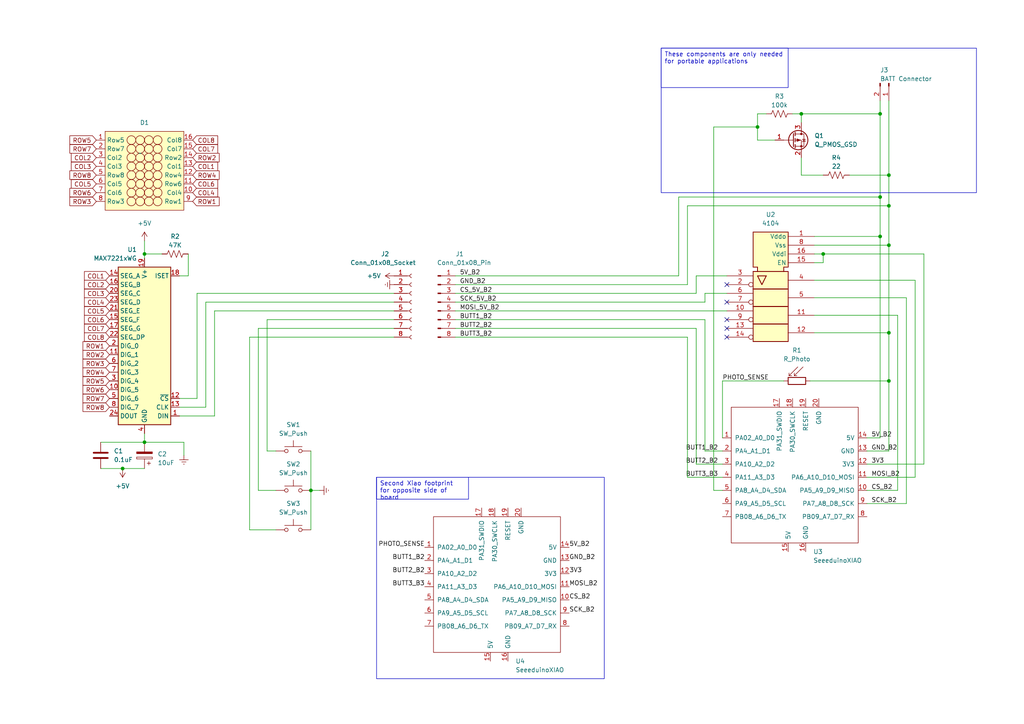
<source format=kicad_sch>
(kicad_sch (version 20230121) (generator eeschema)
  (paper "A4")
  (lib_symbols
    (symbol "4xxx_IEEE:4104"
      (property "Reference" "U" (at 6.35 8.89 0))
      (property "Value" "4104" (at 5.08 -20.32 0))
      (symbol "4104_0_0"
        (rectangle (start -5.08 -11.43) (end 5.08 -16.51) (stroke (width 0.254)) (fill (type background)))
        (rectangle (start -5.08 -6.35) (end 5.08 -11.43) (stroke (width 0.254)) (fill (type background)))
        (rectangle (start -5.08 -1.27) (end 5.08 -6.35) (stroke (width 0.254)) (fill (type background)))
        (rectangle (start -5.08 3.81) (end 5.08 -1.27) (stroke (width 0.254)) (fill (type background)))
        (polyline (pts (xy 1.27 2.54) (xy 3.81 2.54) (xy 2.54 0) (xy 1.27 2.54) (xy 1.27 2.54)) (stroke (width 0.254)) (fill (type background)))
        (polyline (pts (xy -3.81 3.81) (xy -3.81 5.08) (xy -5.08 5.08) (xy -5.08 15.24) (xy 5.08 15.24) (xy 5.08 5.08) (xy 3.81 5.08) (xy 3.81 3.81) (xy 3.81 3.81)) (stroke (width 0.254)) (fill (type background)))
      )
      (symbol "4104_1_1"
        (pin power_in line (at -12.7 13.97 0) (length 7.62) (name "Vddo") (number "1"))
        (pin output line (at 12.7 -7.62 180) (length 7.62) (name "~") (number "10"))
        (pin input line (at -12.7 -8.89 0) (length 7.62) (name "~") (number "11"))
        (pin input line (at -12.7 -13.97 0) (length 7.62) (name "~") (number "12"))
        (pin output line (at 12.7 -12.7 180) (length 7.62) (name "~") (number "13"))
        (pin output inverted (at 12.7 -15.24 180) (length 7.62) (name "~") (number "14"))
        (pin input line (at -12.7 6.35 0) (length 7.62) (name "EN") (number "15"))
        (pin power_in line (at -12.7 8.89 0) (length 7.62) (name "Vddi") (number "16"))
        (pin output inverted (at 12.7 0 180) (length 7.62) (name "~") (number "2"))
        (pin output line (at 12.7 2.54 180) (length 7.62) (name "~") (number "3"))
        (pin input line (at -12.7 1.27 0) (length 7.62) (name "~") (number "4"))
        (pin input line (at -12.7 -3.81 0) (length 7.62) (name "~") (number "5"))
        (pin output line (at 12.7 -2.54 180) (length 7.62) (name "~") (number "6"))
        (pin output inverted (at 12.7 -5.08 180) (length 7.62) (name "~") (number "7"))
        (pin power_in line (at -12.7 11.43 0) (length 7.62) (name "Vss") (number "8"))
        (pin output inverted (at 12.7 -10.16 180) (length 7.62) (name "~") (number "9"))
      )
    )
    (symbol "Connector:Conn_01x02_Pin" (pin_names (offset 1.016) hide)
      (property "Reference" "J" (at 0 2.54 0))
      (property "Value" "Conn_01x02_Pin" (at 0 -5.08 0))
      (symbol "Conn_01x02_Pin_1_1"
        (polyline (pts (xy 1.27 -2.54) (xy 0.8636 -2.54)) (stroke (width 0.1524)))
        (polyline (pts (xy 1.27 0) (xy 0.8636 0)) (stroke (width 0.1524)))
        (rectangle (start 0.8636 -2.413) (end 0 -2.667) (stroke (width 0.1524)) (fill (type outline)))
        (rectangle (start 0.8636 0.127) (end 0 -0.127) (stroke (width 0.1524)) (fill (type outline)))
        (pin passive line (at 5.08 0 180) (length 3.81) (name "Pin_1") (number "1"))
        (pin passive line (at 5.08 -2.54 180) (length 3.81) (name "Pin_2") (number "2"))
      )
    )
    (symbol "Connector:Conn_01x08_Pin" (pin_names (offset 1.016) hide)
      (property "Reference" "J" (at 0 10.16 0))
      (property "Value" "Conn_01x08_Pin" (at 0 -12.7 0))
      (symbol "Conn_01x08_Pin_1_1"
        (polyline (pts (xy 1.27 -10.16) (xy 0.8636 -10.16)) (stroke (width 0.1524)))
        (polyline (pts (xy 1.27 -7.62) (xy 0.8636 -7.62)) (stroke (width 0.1524)))
        (polyline (pts (xy 1.27 -5.08) (xy 0.8636 -5.08)) (stroke (width 0.1524)))
        (polyline (pts (xy 1.27 -2.54) (xy 0.8636 -2.54)) (stroke (width 0.1524)))
        (polyline (pts (xy 1.27 0) (xy 0.8636 0)) (stroke (width 0.1524)))
        (polyline (pts (xy 1.27 2.54) (xy 0.8636 2.54)) (stroke (width 0.1524)))
        (polyline (pts (xy 1.27 5.08) (xy 0.8636 5.08)) (stroke (width 0.1524)))
        (polyline (pts (xy 1.27 7.62) (xy 0.8636 7.62)) (stroke (width 0.1524)))
        (rectangle (start 0.8636 -10.033) (end 0 -10.287) (stroke (width 0.1524)) (fill (type outline)))
        (rectangle (start 0.8636 -7.493) (end 0 -7.747) (stroke (width 0.1524)) (fill (type outline)))
        (rectangle (start 0.8636 -4.953) (end 0 -5.207) (stroke (width 0.1524)) (fill (type outline)))
        (rectangle (start 0.8636 -2.413) (end 0 -2.667) (stroke (width 0.1524)) (fill (type outline)))
        (rectangle (start 0.8636 0.127) (end 0 -0.127) (stroke (width 0.1524)) (fill (type outline)))
        (rectangle (start 0.8636 2.667) (end 0 2.413) (stroke (width 0.1524)) (fill (type outline)))
        (rectangle (start 0.8636 5.207) (end 0 4.953) (stroke (width 0.1524)) (fill (type outline)))
        (rectangle (start 0.8636 7.747) (end 0 7.493) (stroke (width 0.1524)) (fill (type outline)))
        (pin passive line (at 5.08 7.62 180) (length 3.81) (name "Pin_1") (number "1"))
        (pin passive line (at 5.08 5.08 180) (length 3.81) (name "Pin_2") (number "2"))
        (pin passive line (at 5.08 2.54 180) (length 3.81) (name "Pin_3") (number "3"))
        (pin passive line (at 5.08 0 180) (length 3.81) (name "Pin_4") (number "4"))
        (pin passive line (at 5.08 -2.54 180) (length 3.81) (name "Pin_5") (number "5"))
        (pin passive line (at 5.08 -5.08 180) (length 3.81) (name "Pin_6") (number "6"))
        (pin passive line (at 5.08 -7.62 180) (length 3.81) (name "Pin_7") (number "7"))
        (pin passive line (at 5.08 -10.16 180) (length 3.81) (name "Pin_8") (number "8"))
      )
    )
    (symbol "Connector:Conn_01x08_Socket" (pin_names (offset 1.016) hide)
      (property "Reference" "J" (at 0 10.16 0))
      (property "Value" "Conn_01x08_Socket" (at 0 -12.7 0))
      (symbol "Conn_01x08_Socket_1_1"
        (arc (start 0 -9.652) (mid -0.5058 -10.16) (end 0 -10.668) (stroke (width 0.1524)))
        (arc (start 0 -7.112) (mid -0.5058 -7.62) (end 0 -8.128) (stroke (width 0.1524)))
        (arc (start 0 -4.572) (mid -0.5058 -5.08) (end 0 -5.588) (stroke (width 0.1524)))
        (arc (start 0 -2.032) (mid -0.5058 -2.54) (end 0 -3.048) (stroke (width 0.1524)))
        (polyline (pts (xy -1.27 -10.16) (xy -0.508 -10.16)) (stroke (width 0.1524)))
        (polyline (pts (xy -1.27 -7.62) (xy -0.508 -7.62)) (stroke (width 0.1524)))
        (polyline (pts (xy -1.27 -5.08) (xy -0.508 -5.08)) (stroke (width 0.1524)))
        (polyline (pts (xy -1.27 -2.54) (xy -0.508 -2.54)) (stroke (width 0.1524)))
        (polyline (pts (xy -1.27 0) (xy -0.508 0)) (stroke (width 0.1524)))
        (polyline (pts (xy -1.27 2.54) (xy -0.508 2.54)) (stroke (width 0.1524)))
        (polyline (pts (xy -1.27 5.08) (xy -0.508 5.08)) (stroke (width 0.1524)))
        (polyline (pts (xy -1.27 7.62) (xy -0.508 7.62)) (stroke (width 0.1524)))
        (arc (start 0 0.508) (mid -0.5058 0) (end 0 -0.508) (stroke (width 0.1524)))
        (arc (start 0 3.048) (mid -0.5058 2.54) (end 0 2.032) (stroke (width 0.1524)))
        (arc (start 0 5.588) (mid -0.5058 5.08) (end 0 4.572) (stroke (width 0.1524)))
        (arc (start 0 8.128) (mid -0.5058 7.62) (end 0 7.112) (stroke (width 0.1524)))
        (pin passive line (at -5.08 7.62 0) (length 3.81) (name "Pin_1") (number "1"))
        (pin passive line (at -5.08 5.08 0) (length 3.81) (name "Pin_2") (number "2"))
        (pin passive line (at -5.08 2.54 0) (length 3.81) (name "Pin_3") (number "3"))
        (pin passive line (at -5.08 0 0) (length 3.81) (name "Pin_4") (number "4"))
        (pin passive line (at -5.08 -2.54 0) (length 3.81) (name "Pin_5") (number "5"))
        (pin passive line (at -5.08 -5.08 0) (length 3.81) (name "Pin_6") (number "6"))
        (pin passive line (at -5.08 -7.62 0) (length 3.81) (name "Pin_7") (number "7"))
        (pin passive line (at -5.08 -10.16 0) (length 3.81) (name "Pin_8") (number "8"))
      )
    )
    (symbol "Device:C" (pin_numbers hide) (pin_names (offset 0.254))
      (property "Reference" "C" (at 0.635 2.54 0))
      (property "Value" "C" (at 0.635 -2.54 0))
      (symbol "C_0_1"
        (polyline (pts (xy -2.032 -0.762) (xy 2.032 -0.762)) (stroke (width 0.508)))
        (polyline (pts (xy -2.032 0.762) (xy 2.032 0.762)) (stroke (width 0.508)))
      )
      (symbol "C_1_1"
        (pin passive line (at 0 3.81 270) (length 2.794) (name "~") (number "1"))
        (pin passive line (at 0 -3.81 90) (length 2.794) (name "~") (number "2"))
      )
    )
    (symbol "Device:C_Polarized" (pin_numbers hide) (pin_names (offset 0.254))
      (property "Reference" "C" (at 0.635 2.54 0))
      (property "Value" "C_Polarized" (at 0.635 -2.54 0))
      (symbol "C_Polarized_0_1"
        (rectangle (start -2.286 0.508) (end 2.286 1.016))
        (polyline (pts (xy -1.778 2.286) (xy -0.762 2.286)))
        (polyline (pts (xy -1.27 2.794) (xy -1.27 1.778)))
        (rectangle (start 2.286 -0.508) (end -2.286 -1.016) (fill (type outline)))
      )
      (symbol "C_Polarized_1_1"
        (pin passive line (at 0 3.81 270) (length 2.794) (name "~") (number "1"))
        (pin passive line (at 0 -3.81 90) (length 2.794) (name "~") (number "2"))
      )
    )
    (symbol "Device:Q_PMOS_GSD" (pin_names (offset 0) hide)
      (property "Reference" "Q" (at 5.08 1.27 0))
      (property "Value" "Q_PMOS_GSD" (at 5.08 -1.27 0))
      (symbol "Q_PMOS_GSD_0_1"
        (polyline (pts (xy 0.254 0) (xy -2.54 0)))
        (polyline (pts (xy 0.254 1.905) (xy 0.254 -1.905)) (stroke (width 0.254)))
        (polyline (pts (xy 0.762 -1.27) (xy 0.762 -2.286)) (stroke (width 0.254)))
        (polyline (pts (xy 0.762 0.508) (xy 0.762 -0.508)) (stroke (width 0.254)))
        (polyline (pts (xy 0.762 2.286) (xy 0.762 1.27)) (stroke (width 0.254)))
        (polyline (pts (xy 2.54 2.54) (xy 2.54 1.778)))
        (polyline (pts (xy 2.54 -2.54) (xy 2.54 0) (xy 0.762 0)))
        (polyline (pts (xy 0.762 1.778) (xy 3.302 1.778) (xy 3.302 -1.778) (xy 0.762 -1.778)))
        (polyline (pts (xy 2.286 0) (xy 1.27 0.381) (xy 1.27 -0.381) (xy 2.286 0)) (fill (type outline)))
        (polyline (pts (xy 2.794 -0.508) (xy 2.921 -0.381) (xy 3.683 -0.381) (xy 3.81 -0.254)))
        (polyline (pts (xy 3.302 -0.381) (xy 2.921 0.254) (xy 3.683 0.254) (xy 3.302 -0.381)))
        (circle (center 1.651 0) (radius 2.794) (stroke (width 0.254)))
        (circle (center 2.54 -1.778) (radius 0.254) (fill (type outline)))
        (circle (center 2.54 1.778) (radius 0.254) (fill (type outline)))
      )
      (symbol "Q_PMOS_GSD_1_1"
        (pin input line (at -5.08 0 0) (length 2.54) (name "G") (number "1"))
        (pin passive line (at 2.54 -5.08 90) (length 2.54) (name "S") (number "2"))
        (pin passive line (at 2.54 5.08 270) (length 2.54) (name "D") (number "3"))
      )
    )
    (symbol "Device:R_Photo" (pin_numbers hide) (pin_names (offset 0))
      (property "Reference" "R" (at 1.27 1.27 0))
      (property "Value" "R_Photo" (at 1.27 0 0))
      (symbol "R_Photo_0_1"
        (rectangle (start -1.016 2.54) (end 1.016 -2.54) (stroke (width 0.254)))
        (polyline (pts (xy -1.524 -2.286) (xy -4.064 0.254)))
        (polyline (pts (xy -1.524 -2.286) (xy -2.286 -2.286)))
        (polyline (pts (xy -1.524 -2.286) (xy -1.524 -1.524)))
        (polyline (pts (xy -1.524 -0.762) (xy -4.064 1.778)))
        (polyline (pts (xy -1.524 -0.762) (xy -2.286 -0.762)))
        (polyline (pts (xy -1.524 -0.762) (xy -1.524 0)))
      )
      (symbol "R_Photo_1_1"
        (pin passive line (at 0 3.81 270) (length 1.27) (name "~") (number "1"))
        (pin passive line (at 0 -3.81 90) (length 1.27) (name "~") (number "2"))
      )
    )
    (symbol "Device:R_US" (pin_numbers hide) (pin_names (offset 0))
      (property "Reference" "R" (at 2.54 0 90))
      (property "Value" "R_US" (at -2.54 0 90))
      (symbol "R_US_0_1"
        (polyline (pts (xy 0 -2.286) (xy 0 -2.54)))
        (polyline (pts (xy 0 2.286) (xy 0 2.54)))
        (polyline (pts (xy 0 -0.762) (xy 1.016 -1.143) (xy 0 -1.524) (xy -1.016 -1.905) (xy 0 -2.286)))
        (polyline (pts (xy 0 0.762) (xy 1.016 0.381) (xy 0 0) (xy -1.016 -0.381) (xy 0 -0.762)))
        (polyline (pts (xy 0 2.286) (xy 1.016 1.905) (xy 0 1.524) (xy -1.016 1.143) (xy 0 0.762)))
      )
      (symbol "R_US_1_1"
        (pin passive line (at 0 3.81 270) (length 1.27) (name "~") (number "1"))
        (pin passive line (at 0 -3.81 90) (length 1.27) (name "~") (number "2"))
      )
    )
    (symbol "Driver_LED:MAX7221xWG"
      (property "Reference" "U" (at -6.35 24.13 0))
      (property "Value" "MAX7221xWG" (at 1.27 25.4 0))
      (symbol "MAX7221xWG_0_1"
        (rectangle (start -7.62 22.86) (end 7.62 -22.86) (stroke (width 0.254)) (fill (type background)))
      )
      (symbol "MAX7221xWG_1_1"
        (pin input line (at -10.16 -20.32 0) (length 2.54) (name "DIN") (number "1"))
        (pin open_collector line (at 10.16 -12.7 180) (length 2.54) (name "DIG_5") (number "10"))
        (pin open_collector line (at 10.16 -2.54 180) (length 2.54) (name "DIG_1") (number "11"))
        (pin input line (at -10.16 -15.24 0) (length 2.54) (name "~{CS}") (number "12"))
        (pin input line (at -10.16 -17.78 0) (length 2.54) (name "CLK") (number "13"))
        (pin open_emitter line (at 10.16 20.32 180) (length 2.54) (name "SEG_A") (number "14"))
        (pin open_emitter line (at 10.16 7.62 180) (length 2.54) (name "SEG_F") (number "15"))
        (pin open_emitter line (at 10.16 17.78 180) (length 2.54) (name "SEG_B") (number "16"))
        (pin open_emitter line (at 10.16 5.08 180) (length 2.54) (name "SEG_G") (number "17"))
        (pin input line (at -10.16 20.32 0) (length 2.54) (name "ISET") (number "18"))
        (pin power_in line (at 0 25.4 270) (length 2.54) (name "V+") (number "19"))
        (pin open_collector line (at 10.16 0 180) (length 2.54) (name "DIG_0") (number "2"))
        (pin open_emitter line (at 10.16 15.24 180) (length 2.54) (name "SEG_C") (number "20"))
        (pin open_emitter line (at 10.16 10.16 180) (length 2.54) (name "SEG_E") (number "21"))
        (pin open_emitter line (at 10.16 2.54 180) (length 2.54) (name "SEG_DP") (number "22"))
        (pin open_emitter line (at 10.16 12.7 180) (length 2.54) (name "SEG_D") (number "23"))
        (pin output line (at 10.16 -20.32 180) (length 2.54) (name "DOUT") (number "24"))
        (pin open_collector line (at 10.16 -10.16 180) (length 2.54) (name "DIG_4") (number "3"))
        (pin power_in line (at 0 -25.4 90) (length 2.54) (name "GND") (number "4"))
        (pin open_collector line (at 10.16 -15.24 180) (length 2.54) (name "DIG_6") (number "5"))
        (pin open_collector line (at 10.16 -5.08 180) (length 2.54) (name "DIG_2") (number "6"))
        (pin open_collector line (at 10.16 -7.62 180) (length 2.54) (name "DIG_3") (number "7"))
        (pin open_collector line (at 10.16 -17.78 180) (length 2.54) (name "DIG_7") (number "8"))
        (pin passive line (at 0 -25.4 90) (length 2.54) hide (name "GND") (number "9"))
      )
    )
    (symbol "My_Symbols:8x8_LED_Matrix"
      (property "Reference" "D" (at 0 12.7 0))
      (symbol "8x8_LED_Matrix_0_1"
        (circle (center -3.81 -8.89) (radius 1.27))
        (circle (center -3.81 -6.35) (radius 1.27))
        (circle (center -3.81 -3.81) (radius 1.27))
        (circle (center -3.81 -1.27) (radius 1.27))
        (circle (center -3.81 1.27) (radius 1.27))
        (circle (center -3.81 3.81) (radius 1.27))
        (circle (center -3.81 6.35) (radius 1.27))
        (circle (center -3.81 8.89) (radius 1.27))
        (circle (center -1.27 -8.89) (radius 1.27))
        (circle (center -1.27 -6.35) (radius 1.27))
        (circle (center -1.27 -3.81) (radius 1.27))
        (circle (center -1.27 -1.27) (radius 1.27))
        (circle (center -1.27 1.27) (radius 1.27))
        (circle (center -1.27 3.81) (radius 1.27))
        (circle (center -1.27 6.35) (radius 1.27))
        (circle (center -1.27 8.89) (radius 1.27))
        (circle (center 1.27 -8.89) (radius 1.27))
        (circle (center 1.27 -6.35) (radius 1.27))
        (circle (center 1.27 -3.81) (radius 1.27))
        (circle (center 1.27 -1.27) (radius 1.27))
        (circle (center 1.27 1.27) (radius 1.27))
        (circle (center 1.27 3.81) (radius 1.27))
        (circle (center 1.27 6.35) (radius 1.27))
        (circle (center 1.27 8.89) (radius 1.27))
        (circle (center 3.81 -8.89) (radius 1.27))
        (circle (center 3.81 -6.35) (radius 1.27))
        (circle (center 3.81 -3.81) (radius 1.27))
        (circle (center 3.81 -1.27) (radius 1.27))
        (circle (center 3.81 1.27) (radius 1.27))
        (circle (center 3.81 3.81) (radius 1.27))
        (circle (center 3.81 6.35) (radius 1.27))
        (circle (center 3.81 8.89) (radius 1.27))
      )
      (symbol "8x8_LED_Matrix_1_1"
        (rectangle (start -11.43 11.43) (end 11.43 -11.43) (fill (type background)))
        (pin passive line (at -13.97 8.89 0) (length 2.54) (name "Row5") (number "1"))
        (pin passive line (at 13.97 -6.35 180) (length 2.54) (name "Col4") (number "10"))
        (pin passive line (at 13.97 -3.81 180) (length 2.54) (name "Row6") (number "11"))
        (pin passive line (at 13.97 -1.27 180) (length 2.54) (name "Row4") (number "12"))
        (pin passive line (at 13.97 1.27 180) (length 2.54) (name "Col1") (number "13"))
        (pin passive line (at 13.97 3.81 180) (length 2.54) (name "Row2") (number "14"))
        (pin passive line (at 13.97 6.35 180) (length 2.54) (name "Col7") (number "15"))
        (pin passive line (at 13.97 8.89 180) (length 2.54) (name "Col8") (number "16"))
        (pin passive line (at -13.97 6.35 0) (length 2.54) (name "Row7") (number "2"))
        (pin passive line (at -13.97 3.81 0) (length 2.54) (name "Col2") (number "3"))
        (pin passive line (at -13.97 1.27 0) (length 2.54) (name "Col3") (number "4"))
        (pin passive line (at -13.97 -1.27 0) (length 2.54) (name "Row8") (number "5"))
        (pin passive line (at -13.97 -3.81 0) (length 2.54) (name "Col5") (number "6"))
        (pin passive line (at -13.97 -6.35 0) (length 2.54) (name "Col6") (number "7"))
        (pin passive line (at -13.97 -8.89 0) (length 2.54) (name "Row3") (number "8"))
        (pin passive line (at 13.97 -8.89 180) (length 2.54) (name "Row1") (number "9"))
      )
    )
    (symbol "Seeeduino-XIAO:SeeeduinoXIAO" (pin_names (offset 1.016))
      (property "Reference" "U" (at -19.05 22.86 0))
      (property "Value" "SeeeduinoXIAO" (at -12.7 21.59 0))
      (symbol "SeeeduinoXIAO_0_1"
        (rectangle (start -19.05 20.32) (end 17.78 -19.05))
      )
      (symbol "SeeeduinoXIAO_1_1"
        (pin unspecified line (at -21.59 11.43 0) (length 2.54) (name "PA02_A0_D0") (number "1"))
        (pin unspecified line (at 20.32 -3.81 180) (length 2.54) (name "PA5_A9_D9_MISO") (number "10"))
        (pin unspecified line (at 20.32 0 180) (length 2.54) (name "PA6_A10_D10_MOSI") (number "11"))
        (pin unspecified line (at 20.32 3.81 180) (length 2.54) (name "3V3") (number "12"))
        (pin unspecified line (at 20.32 7.62 180) (length 2.54) (name "GND") (number "13"))
        (pin unspecified line (at 20.32 11.43 180) (length 2.54) (name "5V") (number "14"))
        (pin input line (at -2.54 -21.59 90) (length 2.54) (name "5V") (number "15"))
        (pin input line (at 2.54 -21.59 90) (length 2.54) (name "GND") (number "16"))
        (pin input line (at -5.08 22.86 270) (length 2.54) (name "PA31_SWDIO") (number "17"))
        (pin input line (at -1.27 22.86 270) (length 2.54) (name "PA30_SWCLK") (number "18"))
        (pin input line (at 2.54 22.86 270) (length 2.54) (name "RESET") (number "19"))
        (pin unspecified line (at -21.59 7.62 0) (length 2.54) (name "PA4_A1_D1") (number "2"))
        (pin input line (at 6.35 22.86 270) (length 2.54) (name "GND") (number "20"))
        (pin unspecified line (at -21.59 3.81 0) (length 2.54) (name "PA10_A2_D2") (number "3"))
        (pin unspecified line (at -21.59 0 0) (length 2.54) (name "PA11_A3_D3") (number "4"))
        (pin unspecified line (at -21.59 -3.81 0) (length 2.54) (name "PA8_A4_D4_SDA") (number "5"))
        (pin unspecified line (at -21.59 -7.62 0) (length 2.54) (name "PA9_A5_D5_SCL") (number "6"))
        (pin unspecified line (at -21.59 -11.43 0) (length 2.54) (name "PB08_A6_D6_TX") (number "7"))
        (pin unspecified line (at 20.32 -11.43 180) (length 2.54) (name "PB09_A7_D7_RX") (number "8"))
        (pin unspecified line (at 20.32 -7.62 180) (length 2.54) (name "PA7_A8_D8_SCK") (number "9"))
      )
    )
    (symbol "Switch:SW_Push" (pin_numbers hide) (pin_names (offset 1.016) hide)
      (property "Reference" "SW" (at 1.27 2.54 0))
      (property "Value" "SW_Push" (at 0 -1.524 0))
      (symbol "SW_Push_0_1"
        (circle (center -2.032 0) (radius 0.508))
        (polyline (pts (xy 0 1.27) (xy 0 3.048)))
        (polyline (pts (xy 2.54 1.27) (xy -2.54 1.27)))
        (circle (center 2.032 0) (radius 0.508))
        (pin passive line (at -5.08 0 0) (length 2.54) (name "1") (number "1"))
        (pin passive line (at 5.08 0 180) (length 2.54) (name "2") (number "2"))
      )
    )
    (symbol "power:+5V" (power) (pin_names (offset 0))
      (property "Value" "+5V" (at 0 3.556 0))
      (symbol "+5V_0_1"
        (polyline (pts (xy -0.762 1.27) (xy 0 2.54)))
        (polyline (pts (xy 0 0) (xy 0 2.54)))
        (polyline (pts (xy 0 2.54) (xy 0.762 1.27)))
      )
      (symbol "+5V_1_1"
        (pin power_in line (at 0 0 90) (length 0) hide (name "+5V") (number "1"))
      )
    )
    (symbol "power:Earth" (power) (pin_names (offset 0))
      (symbol "Earth_0_1"
        (polyline (pts (xy -0.635 -1.905) (xy 0.635 -1.905)))
        (polyline (pts (xy -0.127 -2.54) (xy 0.127 -2.54)))
        (polyline (pts (xy 0 -1.27) (xy 0 0)))
        (polyline (pts (xy 1.27 -1.27) (xy -1.27 -1.27)))
      )
      (symbol "Earth_1_1"
        (pin power_in line (at 0 0 270) (length 0) hide (name "Earth") (number "1"))
      )
    )
  )
  (junction (at 41.91 128.27))
  (junction (at 232.41 33.02))
  (junction (at 257.81 50.8))
  (junction (at 255.27 68.58))
  (junction (at 238.76 73.66))
  (junction (at 90.17 142.24))
  (junction (at 35.56 135.89))
  (junction (at 257.81 59.69))
  (junction (at 255.27 57.15))
  (junction (at 255.27 33.02))
  (junction (at 41.91 73.66))
  (junction (at 257.81 110.49))
  (junction (at 257.81 96.52))
  (junction (at 219.71 36.83))
  (junction (at 257.81 71.12))
  (no_connect (at 210.82 95.25))
  (no_connect (at 210.82 87.63))
  (no_connect (at 210.82 97.79))
  (no_connect (at 210.82 82.55))
  (no_connect (at 210.82 92.71))
  (wire (pts (xy 132.08 97.79) (xy 199.39 97.79)))
  (wire (pts (xy 257.81 59.69) (xy 257.81 71.12)))
  (wire (pts (xy 246.38 50.8) (xy 257.81 50.8)))
  (wire (pts (xy 238.76 73.66) (xy 236.22 73.66)))
  (wire (pts (xy 72.39 97.79) (xy 114.3 97.79)))
  (wire (pts (xy 204.47 130.81) (xy 204.47 92.71)))
  (wire (pts (xy 196.85 80.01) (xy 196.85 57.15)))
  (wire (pts (xy 199.39 138.43) (xy 199.39 97.79)))
  (wire (pts (xy 255.27 29.21) (xy 255.27 33.02)))
  (wire (pts (xy 255.27 33.02) (xy 232.41 33.02)))
  (wire (pts (xy 90.17 142.24) (xy 90.17 153.67)))
  (wire (pts (xy 59.69 118.11) (xy 59.69 87.63)))
  (wire (pts (xy 219.71 36.83) (xy 219.71 40.64)))
  (wire (pts (xy 257.81 29.21) (xy 257.81 50.8)))
  (wire (pts (xy 132.08 87.63) (xy 204.47 87.63)))
  (wire (pts (xy 41.91 128.27) (xy 41.91 125.73)))
  (wire (pts (xy 72.39 153.67) (xy 72.39 97.79)))
  (wire (pts (xy 74.93 142.24) (xy 74.93 95.25)))
  (wire (pts (xy 238.76 76.2) (xy 238.76 73.66)))
  (wire (pts (xy 29.21 135.89) (xy 35.56 135.89)))
  (wire (pts (xy 209.55 134.62) (xy 201.93 134.62)))
  (wire (pts (xy 62.23 90.17) (xy 114.3 90.17)))
  (wire (pts (xy 201.93 80.01) (xy 201.93 85.09)))
  (wire (pts (xy 209.55 110.49) (xy 209.55 127)))
  (wire (pts (xy 57.15 115.57) (xy 57.15 85.09)))
  (wire (pts (xy 199.39 59.69) (xy 199.39 82.55)))
  (wire (pts (xy 132.08 80.01) (xy 196.85 80.01)))
  (wire (pts (xy 236.22 96.52) (xy 257.81 96.52)))
  (wire (pts (xy 207.01 142.24) (xy 207.01 36.83)))
  (wire (pts (xy 260.35 91.44) (xy 236.22 91.44)))
  (wire (pts (xy 255.27 57.15) (xy 255.27 68.58)))
  (wire (pts (xy 62.23 120.65) (xy 62.23 90.17)))
  (wire (pts (xy 229.87 33.02) (xy 232.41 33.02)))
  (wire (pts (xy 80.01 153.67) (xy 72.39 153.67)))
  (wire (pts (xy 219.71 40.64) (xy 224.79 40.64)))
  (wire (pts (xy 262.89 86.36) (xy 262.89 146.05)))
  (wire (pts (xy 207.01 36.83) (xy 219.71 36.83)))
  (wire (pts (xy 77.47 92.71) (xy 114.3 92.71)))
  (wire (pts (xy 236.22 71.12) (xy 257.81 71.12)))
  (wire (pts (xy 257.81 71.12) (xy 257.81 96.52)))
  (wire (pts (xy 234.95 110.49) (xy 257.81 110.49)))
  (wire (pts (xy 251.46 142.24) (xy 260.35 142.24)))
  (wire (pts (xy 52.07 118.11) (xy 59.69 118.11)))
  (wire (pts (xy 236.22 76.2) (xy 238.76 76.2)))
  (wire (pts (xy 262.89 86.36) (xy 236.22 86.36)))
  (wire (pts (xy 236.22 81.28) (xy 265.43 81.28)))
  (wire (pts (xy 204.47 87.63) (xy 204.47 85.09)))
  (wire (pts (xy 251.46 138.43) (xy 265.43 138.43)))
  (wire (pts (xy 257.81 50.8) (xy 257.81 59.69)))
  (wire (pts (xy 251.46 130.81) (xy 257.81 130.81)))
  (wire (pts (xy 227.33 110.49) (xy 209.55 110.49)))
  (wire (pts (xy 219.71 33.02) (xy 219.71 36.83)))
  (wire (pts (xy 132.08 82.55) (xy 199.39 82.55)))
  (wire (pts (xy 267.97 134.62) (xy 267.97 73.66)))
  (wire (pts (xy 238.76 73.66) (xy 267.97 73.66)))
  (wire (pts (xy 265.43 81.28) (xy 265.43 138.43)))
  (wire (pts (xy 52.07 120.65) (xy 62.23 120.65)))
  (wire (pts (xy 52.07 80.01) (xy 54.61 80.01)))
  (wire (pts (xy 132.08 90.17) (xy 210.82 90.17)))
  (wire (pts (xy 90.17 130.81) (xy 90.17 142.24)))
  (wire (pts (xy 199.39 59.69) (xy 257.81 59.69)))
  (wire (pts (xy 90.17 142.24) (xy 92.71 142.24)))
  (wire (pts (xy 74.93 95.25) (xy 114.3 95.25)))
  (wire (pts (xy 219.71 33.02) (xy 222.25 33.02)))
  (wire (pts (xy 132.08 92.71) (xy 204.47 92.71)))
  (wire (pts (xy 80.01 130.81) (xy 77.47 130.81)))
  (wire (pts (xy 251.46 134.62) (xy 267.97 134.62)))
  (wire (pts (xy 29.21 128.27) (xy 41.91 128.27)))
  (wire (pts (xy 207.01 142.24) (xy 209.55 142.24)))
  (wire (pts (xy 41.91 69.85) (xy 41.91 73.66)))
  (wire (pts (xy 232.41 33.02) (xy 232.41 35.56)))
  (wire (pts (xy 196.85 57.15) (xy 255.27 57.15)))
  (wire (pts (xy 260.35 91.44) (xy 260.35 142.24)))
  (wire (pts (xy 35.56 135.89) (xy 41.91 135.89)))
  (wire (pts (xy 199.39 138.43) (xy 209.55 138.43)))
  (wire (pts (xy 232.41 50.8) (xy 232.41 45.72)))
  (wire (pts (xy 54.61 73.66) (xy 54.61 80.01)))
  (wire (pts (xy 257.81 96.52) (xy 257.81 110.49)))
  (wire (pts (xy 210.82 85.09) (xy 204.47 85.09)))
  (wire (pts (xy 132.08 95.25) (xy 201.93 95.25)))
  (wire (pts (xy 53.34 132.08) (xy 53.34 128.27)))
  (wire (pts (xy 257.81 130.81) (xy 257.81 110.49)))
  (wire (pts (xy 53.34 128.27) (xy 41.91 128.27)))
  (wire (pts (xy 251.46 146.05) (xy 262.89 146.05)))
  (wire (pts (xy 201.93 134.62) (xy 201.93 95.25)))
  (wire (pts (xy 255.27 68.58) (xy 255.27 127)))
  (wire (pts (xy 236.22 68.58) (xy 255.27 68.58)))
  (wire (pts (xy 52.07 115.57) (xy 57.15 115.57)))
  (wire (pts (xy 59.69 87.63) (xy 114.3 87.63)))
  (wire (pts (xy 209.55 130.81) (xy 204.47 130.81)))
  (wire (pts (xy 238.76 50.8) (xy 232.41 50.8)))
  (wire (pts (xy 80.01 142.24) (xy 74.93 142.24)))
  (wire (pts (xy 41.91 73.66) (xy 46.99 73.66)))
  (wire (pts (xy 132.08 85.09) (xy 201.93 85.09)))
  (wire (pts (xy 210.82 80.01) (xy 201.93 80.01)))
  (wire (pts (xy 251.46 127) (xy 255.27 127)))
  (wire (pts (xy 77.47 130.81) (xy 77.47 92.71)))
  (wire (pts (xy 255.27 57.15) (xy 255.27 33.02)))
  (wire (pts (xy 41.91 73.66) (xy 41.91 74.93)))
  (wire (pts (xy 57.15 85.09) (xy 114.3 85.09)))
  (rectangle (start 109.22 138.43) (end 175.26 196.85))
  (rectangle (start 191.77 13.97) (end 283.21 55.88))
  (text_box "Second Xiao footprint for opposite side of board" (at 109.22 138.43 0) (size 26.67 6.35) (effects (font (size 1.27 1.27)) (justify left top)))
  (text_box "These components are only needed for portable applications" (at 191.77 13.97 0) (size 36.83 11.43) (effects (font (size 1.27 1.27)) (justify left top)))
  (label "BUTT1_B2" (at 133.35 92.71 0))
  (label "BUTT2_B2" (at 208.28 134.62 180))
  (label "GND_B2" (at 133.35 82.55 0))
  (label "BUTT1_B2" (at 208.28 130.81 180))
  (label "GND_B2" (at 252.73 130.81 0))
  (label "3V3" (at 165.1 166.37 0))
  (label "MOSI_B2" (at 252.73 138.43 0))
  (label "BUTT1_B2" (at 123.19 162.56 180))
  (label "GND_B2" (at 165.1 162.56 0))
  (label "BUTT2_B2" (at 123.19 166.37 180))
  (label "SCK_B2" (at 165.1 177.8 0))
  (label "PHOTO_SENSE" (at 123.19 158.75 180))
  (label "MOSI_5V_B2" (at 133.35 90.17 0))
  (label "BUTT3_B3" (at 208.28 138.43 180))
  (label "5V_B2" (at 133.35 80.01 0))
  (label "MOSI_B2" (at 165.1 170.18 0))
  (label "SCK_B2" (at 252.73 146.05 0))
  (label "5V_B2" (at 252.73 127 0))
  (label "BUTT3_B2" (at 133.35 97.79 0))
  (label "CS_B2" (at 165.1 173.99 0))
  (label "BUTT3_B3" (at 123.19 170.18 180))
  (label "CS_B2" (at 252.73 142.24 0))
  (label "BUTT2_B2" (at 133.35 95.25 0))
  (label "SCK_5V_B2" (at 133.35 87.63 0))
  (label "3V3" (at 252.73 134.62 0))
  (label "PHOTO_SENSE" (at 209.55 110.49 0))
  (label "5V_B2" (at 165.1 158.75 0))
  (label "CS_5V_B2" (at 133.35 85.09 0))
  (global_label "COL5" (shape input) (at 31.75 90.17 180) (property "Intersheetrefs" "${INTERSHEET_REFS}" (effects hide)))
  (global_label "COL4" (shape input) (at 55.88 55.88 0) (property "Intersheetrefs" "${INTERSHEET_REFS}" (effects hide)))
  (global_label "ROW4" (shape input) (at 55.88 50.8 0) (property "Intersheetrefs" "${INTERSHEET_REFS}" (effects hide)))
  (global_label "ROW7" (shape input) (at 27.94 43.18 180) (property "Intersheetrefs" "${INTERSHEET_REFS}" (effects hide)))
  (global_label "COL2" (shape input) (at 27.94 45.72 180) (property "Intersheetrefs" "${INTERSHEET_REFS}" (effects hide)))
  (global_label "COL8" (shape input) (at 31.75 97.79 180) (property "Intersheetrefs" "${INTERSHEET_REFS}" (effects hide)))
  (global_label "ROW8" (shape input) (at 31.75 118.11 180) (property "Intersheetrefs" "${INTERSHEET_REFS}" (effects hide)))
  (global_label "COL1" (shape input) (at 31.75 80.01 180) (property "Intersheetrefs" "${INTERSHEET_REFS}" (effects hide)))
  (global_label "ROW1" (shape input) (at 55.88 58.42 0) (property "Intersheetrefs" "${INTERSHEET_REFS}" (effects hide)))
  (global_label "COL6" (shape input) (at 31.75 92.71 180) (property "Intersheetrefs" "${INTERSHEET_REFS}" (effects hide)))
  (global_label "ROW3" (shape input) (at 27.94 58.42 180) (property "Intersheetrefs" "${INTERSHEET_REFS}" (effects hide)))
  (global_label "COL2" (shape input) (at 31.75 82.55 180) (property "Intersheetrefs" "${INTERSHEET_REFS}" (effects hide)))
  (global_label "ROW5" (shape input) (at 31.75 110.49 180) (property "Intersheetrefs" "${INTERSHEET_REFS}" (effects hide)))
  (global_label "COL8" (shape input) (at 55.88 40.64 0) (property "Intersheetrefs" "${INTERSHEET_REFS}" (effects hide)))
  (global_label "COL4" (shape input) (at 31.75 87.63 180) (property "Intersheetrefs" "${INTERSHEET_REFS}" (effects hide)))
  (global_label "ROW8" (shape input) (at 27.94 50.8 180) (property "Intersheetrefs" "${INTERSHEET_REFS}" (effects hide)))
  (global_label "ROW5" (shape input) (at 27.94 40.64 180) (property "Intersheetrefs" "${INTERSHEET_REFS}" (effects hide)))
  (global_label "COL3" (shape input) (at 31.75 85.09 180) (property "Intersheetrefs" "${INTERSHEET_REFS}" (effects hide)))
  (global_label "ROW2" (shape input) (at 31.75 102.87 180) (property "Intersheetrefs" "${INTERSHEET_REFS}" (effects hide)))
  (global_label "COL6" (shape input) (at 55.88 53.34 0) (property "Intersheetrefs" "${INTERSHEET_REFS}" (effects hide)))
  (global_label "COL5" (shape input) (at 27.94 53.34 180) (property "Intersheetrefs" "${INTERSHEET_REFS}" (effects hide)))
  (global_label "COL1" (shape input) (at 55.88 48.26 0) (property "Intersheetrefs" "${INTERSHEET_REFS}" (effects hide)))
  (global_label "ROW3" (shape input) (at 31.75 105.41 180) (property "Intersheetrefs" "${INTERSHEET_REFS}" (effects hide)))
  (global_label "ROW6" (shape input) (at 27.94 55.88 180) (property "Intersheetrefs" "${INTERSHEET_REFS}" (effects hide)))
  (global_label "ROW7" (shape input) (at 31.75 115.57 180) (property "Intersheetrefs" "${INTERSHEET_REFS}" (effects hide)))
  (global_label "ROW6" (shape input) (at 31.75 113.03 180) (property "Intersheetrefs" "${INTERSHEET_REFS}" (effects hide)))
  (global_label "COL7" (shape input) (at 55.88 43.18 0) (property "Intersheetrefs" "${INTERSHEET_REFS}" (effects hide)))
  (global_label "ROW1" (shape input) (at 31.75 100.33 180) (property "Intersheetrefs" "${INTERSHEET_REFS}" (effects hide)))
  (global_label "COL3" (shape input) (at 27.94 48.26 180) (property "Intersheetrefs" "${INTERSHEET_REFS}" (effects hide)))
  (global_label "ROW4" (shape input) (at 31.75 107.95 180) (property "Intersheetrefs" "${INTERSHEET_REFS}" (effects hide)))
  (global_label "ROW2" (shape input) (at 55.88 45.72 0) (property "Intersheetrefs" "${INTERSHEET_REFS}" (effects hide)))
  (global_label "COL7" (shape input) (at 31.75 95.25 180) (property "Intersheetrefs" "${INTERSHEET_REFS}" (effects hide)))
  (symbol (lib_id "Seeeduino-XIAO:SeeeduinoXIAO") (at 231.14 138.43 0) (unit 1)
    (property "Reference" "U3" (at 235.8741 160.02 0) (effects (justify left)))
    (property "Value" "SeeeduinoXIAO" (at 235.8741 162.56 0) (effects (justify left)))
    (property "Footprint" "Seeeduino-Xiao:Seeeduino XIAO-MOUDLE NO-BOTTOM-CONNECTIONS" (effects hide))
  )
  (symbol (lib_id "Device:C") (at 29.21 132.08 180) (unit 1)
    (property "Reference" "C1" (at 33.02 130.81 0) (effects (justify right)))
    (property "Value" "0.1uF" (at 33.02 133.35 0) (effects (justify right)))
    (property "Footprint" "Capacitor_THT:C_Disc_D3.0mm_W2.0mm_P2.50mm" (effects hide))
  )
  (symbol (lib_id "Connector:Conn_01x02_Pin") (at 257.81 24.13 270) (unit 1)
    (property "Reference" "J3" (at 255.27 20.32 90) (effects (justify left)))
    (property "Value" "BATT Connector" (at 255.27 22.86 90) (effects (justify left)))
    (property "Footprint" "Connector_PinHeader_2.54mm:PinHeader_1x02_P2.54mm_Vertical" (effects hide))
  )
  (symbol (lib_id "Driver_LED:MAX7221xWG") (at 41.91 100.33 0) (mirror y) (unit 1)
    (property "Reference" "U1" (at 39.7159 72.39 0) (effects (justify left)))
    (property "Value" "MAX7221xWG" (at 39.7159 74.93 0) (effects (justify left)))
    (property "Footprint" "Package_SO:SOIC-24W_7.5x15.4mm_P1.27mm" (effects hide))
    (property "Datasheet" "https://datasheets.maximintegrated.com/en/ds/MAX7219-MAX7221.pdf" (effects hide))
  )
  (symbol (lib_id "Device:C_Polarized") (at 41.91 132.08 180) (unit 1)
    (property "Reference" "C2" (at 45.72 131.699 0) (effects (justify right)))
    (property "Value" "10uF" (at 45.72 134.239 0) (effects (justify right)))
    (property "Footprint" "Capacitor_THT:CP_Radial_D5.0mm_P2.00mm" (effects hide))
  )
  (symbol (lib_id "power:Earth") (at 92.71 142.24 90) (unit 1)
    (property "Reference" "#PWR03" (effects hide))
    (property "Value" "Earth" (effects hide))
  )
  (symbol (lib_id "Switch:SW_Push") (at 85.09 142.24 0) (unit 1)
    (property "Reference" "SW2" (at 85.09 134.62 0))
    (property "Value" "SW_Push" (at 85.09 137.16 0))
    (property "Footprint" "Button_Switch_THT:SW_PUSH_6mm" (effects hide))
  )
  (symbol (lib_id "4xxx_IEEE:4104") (at 223.52 82.55 0) (mirror y) (unit 1)
    (property "Reference" "U2" (at 223.52 62.23 0))
    (property "Value" "4104" (at 223.52 64.77 0))
    (property "Footprint" "Package_SO:SO-16_3.9x9.9mm_P1.27mm" (effects hide))
  )
  (symbol (lib_id "My_Symbols:8x8_LED_Matrix") (at 41.91 49.53 0) (unit 1)
    (property "Reference" "D1" (at 41.91 35.56 0))
    (property "Value" "~" (at 40.64 44.45 0))
    (property "Footprint" "My_Footprints:8x8 LED Matrix" (effects hide))
  )
  (symbol (lib_id "power:+5V") (at 35.56 135.89 180) (unit 1)
    (property "Reference" "#PWR07" (effects hide))
    (property "Value" "+5V" (at 35.56 140.97 0))
  )
  (symbol (lib_id "Switch:SW_Push") (at 85.09 153.67 0) (unit 1)
    (property "Reference" "SW3" (at 85.09 146.05 0))
    (property "Value" "SW_Push" (at 85.09 148.59 0))
    (property "Footprint" "Button_Switch_THT:SW_PUSH_6mm" (effects hide))
  )
  (symbol (lib_id "Device:R_Photo") (at 231.14 110.49 270) (unit 1)
    (property "Reference" "R1" (at 231.14 101.6 90))
    (property "Value" "R_Photo" (at 231.14 104.14 90))
    (property "Footprint" "Connector_PinHeader_2.54mm:PinHeader_1x02_P2.54mm_Vertical" (effects hide))
  )
  (symbol (lib_id "power:Earth") (at 114.3 82.55 270) (unit 1)
    (property "Reference" "#PWR01" (effects hide))
    (property "Value" "Earth" (effects hide))
  )
  (symbol (lib_id "Device:R_US") (at 226.06 33.02 90) (unit 1)
    (property "Reference" "R3" (at 226.06 27.94 90))
    (property "Value" "100k" (at 226.06 30.48 90))
    (property "Footprint" "Resistor_SMD:R_0805_2012Metric_Pad1.20x1.40mm_HandSolder" (effects hide))
  )
  (symbol (lib_id "power:+5V") (at 41.91 69.85 0) (unit 1)
    (property "Reference" "#PWR08" (effects hide))
    (property "Value" "+5V" (at 41.91 64.77 0))
  )
  (symbol (lib_id "power:+5V") (at 114.3 80.01 90) (unit 1)
    (property "Reference" "#PWR02" (effects hide))
    (property "Value" "+5V" (at 110.49 80.01 90) (effects (justify left)))
  )
  (symbol (lib_id "Device:Q_PMOS_GSD") (at 229.87 40.64 0) (unit 1)
    (property "Reference" "Q1" (at 236.22 39.37 0) (effects (justify left)))
    (property "Value" "Q_PMOS_GSD" (at 236.22 41.91 0) (effects (justify left)))
    (property "Footprint" "PCM_Package_TO_SOT_SMD_AKL:SOT-23W_Handsoldering" (effects hide))
  )
  (symbol (lib_id "Device:R_US") (at 242.57 50.8 90) (unit 1)
    (property "Reference" "R4" (at 242.57 45.72 90))
    (property "Value" "22" (at 242.57 48.26 90))
    (property "Footprint" "Resistor_SMD:R_0805_2012Metric_Pad1.20x1.40mm_HandSolder" (effects hide))
  )
  (symbol (lib_id "Connector:Conn_01x08_Socket") (at 119.38 87.63 0) (unit 1)
    (property "Reference" "J2" (at 110.49 73.66 0) (effects (justify left)))
    (property "Value" "Conn_01x08_Socket" (at 101.6 76.2 0) (effects (justify left)))
    (property "Footprint" "Connector_PinSocket_2.54mm:PinSocket_1x08_P2.54mm_Vertical" (effects hide))
  )
  (symbol (lib_id "Connector:Conn_01x08_Pin") (at 127 87.63 0) (unit 1)
    (property "Reference" "J1" (at 133.35 73.66 0))
    (property "Value" "Conn_01x08_Pin" (at 134.62 76.2 0))
    (property "Footprint" "Connector_PinHeader_2.54mm:PinHeader_1x08_P2.54mm_Horizontal" (effects hide))
  )
  (symbol (lib_id "Seeeduino-XIAO:SeeeduinoXIAO") (at 144.78 170.18 0) (unit 1) (on_board no)
    (property "Reference" "U4" (at 149.5141 191.77 0) (effects (justify left)))
    (property "Value" "SeeeduinoXIAO" (at 149.5141 194.31 0) (effects (justify left)))
    (property "Footprint" "Seeeduino-Xiao:Seeeduino XIAO-MOUDLE NO-BOTTOM-CONNECTIONS" (effects hide))
  )
  (symbol (lib_id "power:Earth") (at 53.34 132.08 0) (unit 1)
    (property "Reference" "#PWR04" (effects hide))
    (property "Value" "Earth" (effects hide))
  )
  (symbol (lib_id "Device:R_US") (at 50.8 73.66 90) (unit 1)
    (property "Reference" "R2" (at 50.8 68.58 90))
    (property "Value" "47K" (at 50.8 71.12 90))
    (property "Footprint" "Resistor_THT:R_Axial_DIN0207_L6.3mm_D2.5mm_P7.62mm_Horizontal" (effects hide))
  )
  (symbol (lib_id "Switch:SW_Push") (at 85.09 130.81 0) (unit 1)
    (property "Reference" "SW1" (at 85.09 123.19 0))
    (property "Value" "SW_Push" (at 85.09 125.73 0))
    (property "Footprint" "Button_Switch_THT:SW_PUSH_6mm" (effects hide))
  )
)
</source>
